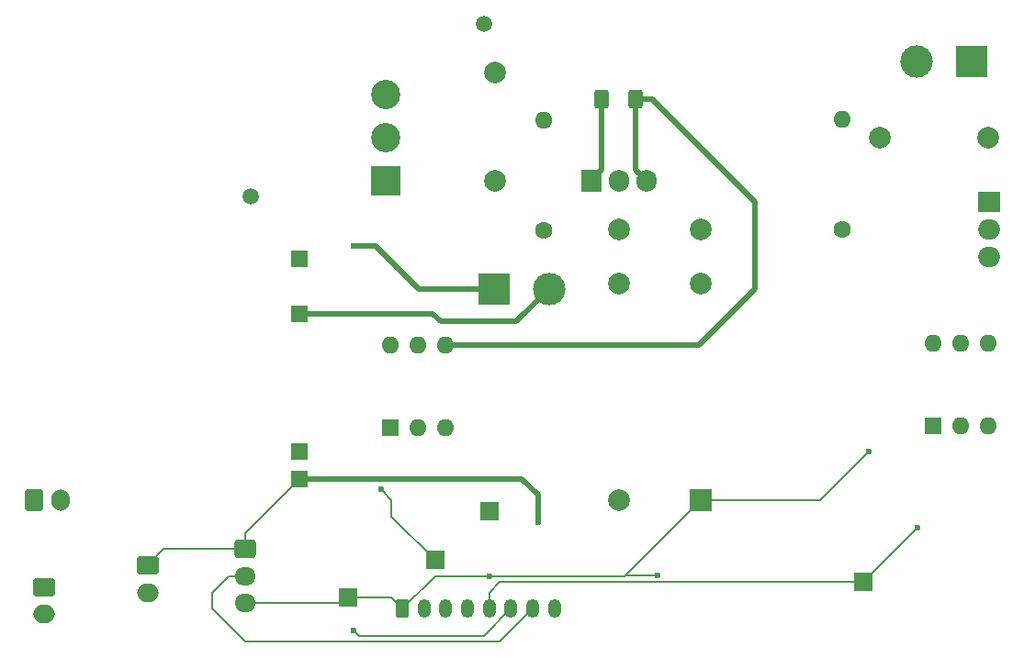
<source format=gbl>
G04 #@! TF.GenerationSoftware,KiCad,Pcbnew,8.0.4*
G04 #@! TF.CreationDate,2025-01-01T16:22:17-06:00*
G04 #@! TF.ProjectId,HVBoard,4856426f-6172-4642-9e6b-696361645f70,rev?*
G04 #@! TF.SameCoordinates,Original*
G04 #@! TF.FileFunction,Copper,L2,Bot*
G04 #@! TF.FilePolarity,Positive*
%FSLAX46Y46*%
G04 Gerber Fmt 4.6, Leading zero omitted, Abs format (unit mm)*
G04 Created by KiCad (PCBNEW 8.0.4) date 2025-01-01 16:22:17*
%MOMM*%
%LPD*%
G01*
G04 APERTURE LIST*
G04 Aperture macros list*
%AMRoundRect*
0 Rectangle with rounded corners*
0 $1 Rounding radius*
0 $2 $3 $4 $5 $6 $7 $8 $9 X,Y pos of 4 corners*
0 Add a 4 corners polygon primitive as box body*
4,1,4,$2,$3,$4,$5,$6,$7,$8,$9,$2,$3,0*
0 Add four circle primitives for the rounded corners*
1,1,$1+$1,$2,$3*
1,1,$1+$1,$4,$5*
1,1,$1+$1,$6,$7*
1,1,$1+$1,$8,$9*
0 Add four rect primitives between the rounded corners*
20,1,$1+$1,$2,$3,$4,$5,0*
20,1,$1+$1,$4,$5,$6,$7,0*
20,1,$1+$1,$6,$7,$8,$9,0*
20,1,$1+$1,$8,$9,$2,$3,0*%
G04 Aperture macros list end*
G04 #@! TA.AperFunction,SMDPad,CuDef*
%ADD10C,1.500000*%
G04 #@! TD*
G04 #@! TA.AperFunction,ComponentPad*
%ADD11R,3.000000X3.000000*%
G04 #@! TD*
G04 #@! TA.AperFunction,ComponentPad*
%ADD12C,3.000000*%
G04 #@! TD*
G04 #@! TA.AperFunction,ComponentPad*
%ADD13R,2.000000X1.905000*%
G04 #@! TD*
G04 #@! TA.AperFunction,ComponentPad*
%ADD14O,2.000000X1.905000*%
G04 #@! TD*
G04 #@! TA.AperFunction,ComponentPad*
%ADD15R,1.600000X1.600000*%
G04 #@! TD*
G04 #@! TA.AperFunction,ComponentPad*
%ADD16O,1.600000X1.600000*%
G04 #@! TD*
G04 #@! TA.AperFunction,ComponentPad*
%ADD17R,1.700000X1.700000*%
G04 #@! TD*
G04 #@! TA.AperFunction,ComponentPad*
%ADD18C,1.600000*%
G04 #@! TD*
G04 #@! TA.AperFunction,ComponentPad*
%ADD19RoundRect,0.250000X-0.750000X0.600000X-0.750000X-0.600000X0.750000X-0.600000X0.750000X0.600000X0*%
G04 #@! TD*
G04 #@! TA.AperFunction,ComponentPad*
%ADD20O,2.000000X1.700000*%
G04 #@! TD*
G04 #@! TA.AperFunction,ComponentPad*
%ADD21R,2.700000X2.700000*%
G04 #@! TD*
G04 #@! TA.AperFunction,ComponentPad*
%ADD22C,2.700000*%
G04 #@! TD*
G04 #@! TA.AperFunction,ComponentPad*
%ADD23RoundRect,0.250000X-0.600000X-0.750000X0.600000X-0.750000X0.600000X0.750000X-0.600000X0.750000X0*%
G04 #@! TD*
G04 #@! TA.AperFunction,ComponentPad*
%ADD24O,1.700000X2.000000*%
G04 #@! TD*
G04 #@! TA.AperFunction,ComponentPad*
%ADD25RoundRect,0.250000X-0.725000X0.600000X-0.725000X-0.600000X0.725000X-0.600000X0.725000X0.600000X0*%
G04 #@! TD*
G04 #@! TA.AperFunction,ComponentPad*
%ADD26O,1.950000X1.700000*%
G04 #@! TD*
G04 #@! TA.AperFunction,ComponentPad*
%ADD27C,2.000000*%
G04 #@! TD*
G04 #@! TA.AperFunction,ComponentPad*
%ADD28R,2.000000X2.000000*%
G04 #@! TD*
G04 #@! TA.AperFunction,ComponentPad*
%ADD29R,1.905000X2.000000*%
G04 #@! TD*
G04 #@! TA.AperFunction,ComponentPad*
%ADD30O,1.905000X2.000000*%
G04 #@! TD*
G04 #@! TA.AperFunction,ComponentPad*
%ADD31RoundRect,0.250000X-0.350000X-0.625000X0.350000X-0.625000X0.350000X0.625000X-0.350000X0.625000X0*%
G04 #@! TD*
G04 #@! TA.AperFunction,ComponentPad*
%ADD32O,1.200000X1.750000*%
G04 #@! TD*
G04 #@! TA.AperFunction,SMDPad,CuDef*
%ADD33RoundRect,0.250000X0.400000X0.625000X-0.400000X0.625000X-0.400000X-0.625000X0.400000X-0.625000X0*%
G04 #@! TD*
G04 #@! TA.AperFunction,ComponentPad*
%ADD34R,1.524000X1.524000*%
G04 #@! TD*
G04 #@! TA.AperFunction,ViaPad*
%ADD35C,0.600000*%
G04 #@! TD*
G04 #@! TA.AperFunction,Conductor*
%ADD36C,0.500000*%
G04 #@! TD*
G04 #@! TA.AperFunction,Conductor*
%ADD37C,0.200000*%
G04 #@! TD*
G04 APERTURE END LIST*
D10*
G04 #@! TO.P,H2,1*
G04 #@! TO.N,N/C*
X61500000Y-13500000D03*
G04 #@! TD*
G04 #@! TO.P,H1,1*
G04 #@! TO.N,N/C*
X40000000Y-29500000D03*
G04 #@! TD*
D11*
G04 #@! TO.P,J7,1,Pin_1*
G04 #@! TO.N,120VAC_NEUTRAL*
X62420000Y-38000000D03*
D12*
G04 #@! TO.P,J7,2,Pin_2*
G04 #@! TO.N,120VAC_HOT*
X67500000Y-38000000D03*
G04 #@! TD*
D13*
G04 #@! TO.P,Q5,1,A1*
G04 #@! TO.N,/BOILER_HOT_OUT*
X108055000Y-29960000D03*
D14*
G04 #@! TO.P,Q5,2,A2*
G04 #@! TO.N,/120VAC_HOT_SWITCHED*
X108055000Y-32500000D03*
G04 #@! TO.P,Q5,3,G*
G04 #@! TO.N,Net-(Q5-G)*
X108055000Y-35040000D03*
G04 #@! TD*
D15*
G04 #@! TO.P,U2,1*
G04 #@! TO.N,Net-(R7-Pad2)*
X52920000Y-50800000D03*
D16*
G04 #@! TO.P,U2,2*
G04 #@! TO.N,Net-(Q4-D)*
X55460000Y-50800000D03*
G04 #@! TO.P,U2,3,NC*
G04 #@! TO.N,unconnected-(U2-NC-Pad3)*
X58000000Y-50800000D03*
G04 #@! TO.P,U2,4*
G04 #@! TO.N,Net-(Q3-G)*
X58000000Y-43180000D03*
G04 #@! TO.P,U2,5,NC*
G04 #@! TO.N,unconnected-(U2-NC-Pad5)*
X55460000Y-43180000D03*
G04 #@! TO.P,U2,6*
G04 #@! TO.N,Net-(R6-Pad1)*
X52920000Y-43180000D03*
G04 #@! TD*
D17*
G04 #@! TO.P,TP3,1,1*
G04 #@! TO.N,/BOILER_TRIAC*
X96500000Y-65000000D03*
G04 #@! TD*
D18*
G04 #@! TO.P,R8,1*
G04 #@! TO.N,/120VAC_HOT_SWITCHED*
X67000000Y-32580000D03*
D16*
G04 #@! TO.P,R8,2*
G04 #@! TO.N,Net-(C3-Pad1)*
X67000000Y-22420000D03*
G04 #@! TD*
D19*
G04 #@! TO.P,J5,1,Pin_1*
G04 #@! TO.N,GND*
X30500000Y-63500000D03*
D20*
G04 #@! TO.P,J5,2,Pin_2*
G04 #@! TO.N,/STEAM_VALVE_IN*
X30500000Y-66000000D03*
G04 #@! TD*
D21*
G04 #@! TO.P,J3,1,1*
G04 #@! TO.N,/PUMP_HOT_OUT*
X52500000Y-28000000D03*
D22*
G04 #@! TO.P,J3,2,2*
G04 #@! TO.N,unconnected-(J3-Pad2)*
X52500000Y-24040000D03*
G04 #@! TO.P,J3,3,3*
G04 #@! TO.N,120VAC_NEUTRAL*
X52500000Y-20080000D03*
G04 #@! TD*
D19*
G04 #@! TO.P,J9,1,Pin_1*
G04 #@! TO.N,/THERMISTOR_IN*
X21000000Y-65500000D03*
D20*
G04 #@! TO.P,J9,2,Pin_2*
G04 #@! TO.N,/THERMISTOR_OUT*
X21000000Y-68000000D03*
G04 #@! TD*
D11*
G04 #@! TO.P,J8,1,Pin_1*
G04 #@! TO.N,/BOILER_HOT_OUT*
X106500000Y-17000000D03*
D12*
G04 #@! TO.P,J8,2,Pin_2*
G04 #@! TO.N,120VAC_NEUTRAL*
X101420000Y-17000000D03*
G04 #@! TD*
D23*
G04 #@! TO.P,J4,1,Pin_1*
G04 #@! TO.N,/THERMISTOR_OUT*
X20000000Y-57500000D03*
D24*
G04 #@! TO.P,J4,2,Pin_2*
G04 #@! TO.N,/THERMISTOR_IN*
X22500000Y-57500000D03*
G04 #@! TD*
D15*
G04 #@! TO.P,U3,1*
G04 #@! TO.N,Net-(R12-Pad2)*
X102960000Y-50620000D03*
D16*
G04 #@! TO.P,U3,2*
G04 #@! TO.N,Net-(Q6-D)*
X105500000Y-50620000D03*
G04 #@! TO.P,U3,3,NC*
G04 #@! TO.N,unconnected-(U3-NC-Pad3)*
X108040000Y-50620000D03*
G04 #@! TO.P,U3,4*
G04 #@! TO.N,Net-(Q5-G)*
X108040000Y-43000000D03*
G04 #@! TO.P,U3,5,NC*
G04 #@! TO.N,unconnected-(U3-NC-Pad5)*
X105500000Y-43000000D03*
G04 #@! TO.P,U3,6*
G04 #@! TO.N,Net-(R11-Pad1)*
X102960000Y-43000000D03*
G04 #@! TD*
D25*
G04 #@! TO.P,J6,1,Pin_1*
G04 #@! TO.N,GND*
X39500000Y-62000000D03*
D26*
G04 #@! TO.P,J6,2,Pin_2*
G04 #@! TO.N,/PRESSURE_SENSOR_SIG*
X39500000Y-64500000D03*
G04 #@! TO.P,J6,3,Pin_3*
G04 #@! TO.N,+5V*
X39500000Y-67000000D03*
G04 #@! TD*
D18*
G04 #@! TO.P,R13,1*
G04 #@! TO.N,/120VAC_HOT_SWITCHED*
X94500000Y-32500000D03*
D16*
G04 #@! TO.P,R13,2*
G04 #@! TO.N,Net-(C1-Pad1)*
X94500000Y-22340000D03*
G04 #@! TD*
D17*
G04 #@! TO.P,TP6,1,1*
G04 #@! TO.N,+5V*
X49000000Y-66500000D03*
G04 #@! TD*
D27*
G04 #@! TO.P,K1,13*
G04 #@! TO.N,120VAC_HOT*
X81500000Y-37500000D03*
X74000000Y-37500000D03*
G04 #@! TO.P,K1,14*
G04 #@! TO.N,/120VAC_HOT_SWITCHED*
X81500000Y-32500000D03*
X74000000Y-32500000D03*
D28*
G04 #@! TO.P,K1,A1*
G04 #@! TO.N,+5V*
X81500000Y-57500000D03*
D27*
G04 #@! TO.P,K1,A2*
G04 #@! TO.N,Net-(D1-A)*
X74000000Y-57500000D03*
G04 #@! TD*
D29*
G04 #@! TO.P,Q3,1,A1*
G04 #@! TO.N,/PUMP_HOT_OUT*
X71420000Y-28000000D03*
D30*
G04 #@! TO.P,Q3,2,A2*
G04 #@! TO.N,/120VAC_HOT_SWITCHED*
X73960000Y-28000000D03*
G04 #@! TO.P,Q3,3,G*
G04 #@! TO.N,Net-(Q3-G)*
X76500000Y-28000000D03*
G04 #@! TD*
D27*
G04 #@! TO.P,C3,1*
G04 #@! TO.N,Net-(C3-Pad1)*
X62500000Y-18000000D03*
G04 #@! TO.P,C3,2*
G04 #@! TO.N,/PUMP_HOT_OUT*
X62500000Y-28000000D03*
G04 #@! TD*
D17*
G04 #@! TO.P,TP2,1,1*
G04 #@! TO.N,/PUMP_TRIAC*
X62000000Y-58500000D03*
G04 #@! TD*
D31*
G04 #@! TO.P,J2,1,Pin_1*
G04 #@! TO.N,+5V*
X54000000Y-67500000D03*
D32*
G04 #@! TO.P,J2,2,Pin_2*
G04 #@! TO.N,/AC_RELAYS*
X56000000Y-67500000D03*
G04 #@! TO.P,J2,3,Pin_3*
G04 #@! TO.N,/AC_ZC*
X58000000Y-67500000D03*
G04 #@! TO.P,J2,4,Pin_4*
G04 #@! TO.N,/PUMP_TRIAC*
X60000000Y-67500000D03*
G04 #@! TO.P,J2,5,Pin_5*
G04 #@! TO.N,/BOILER_TRIAC*
X62000000Y-67500000D03*
G04 #@! TO.P,J2,6,Pin_6*
G04 #@! TO.N,/STEAM_VALVE_IN*
X64000000Y-67500000D03*
G04 #@! TO.P,J2,7,Pin_7*
G04 #@! TO.N,/PRESSURE_SENSOR_SIG*
X66000000Y-67500000D03*
G04 #@! TO.P,J2,8,Pin_8*
G04 #@! TO.N,GND*
X68000000Y-67500000D03*
G04 #@! TD*
D17*
G04 #@! TO.P,TP1,1,1*
G04 #@! TO.N,/AC_ZC*
X57000000Y-63000000D03*
G04 #@! TD*
D27*
G04 #@! TO.P,C1,1*
G04 #@! TO.N,Net-(C1-Pad1)*
X98000000Y-24000000D03*
G04 #@! TO.P,C1,2*
G04 #@! TO.N,/BOILER_HOT_OUT*
X108000000Y-24000000D03*
G04 #@! TD*
D33*
G04 #@! TO.P,R9,1*
G04 #@! TO.N,Net-(Q3-G)*
X75500000Y-20500000D03*
G04 #@! TO.P,R9,2*
G04 #@! TO.N,/PUMP_HOT_OUT*
X72400000Y-20500000D03*
G04 #@! TD*
D34*
G04 #@! TO.P,U4,1,N*
G04 #@! TO.N,120VAC_NEUTRAL*
X44500000Y-35220000D03*
G04 #@! TO.P,U4,2,L*
G04 #@! TO.N,120VAC_HOT*
X44500000Y-40300000D03*
G04 #@! TO.P,U4,3,V+*
G04 #@! TO.N,/ACDC_5V*
X44500000Y-53000000D03*
G04 #@! TO.P,U4,4,V-*
G04 #@! TO.N,GND*
X44500000Y-55540000D03*
G04 #@! TD*
D35*
G04 #@! TO.N,/AC_ZC*
X52000000Y-56500000D03*
G04 #@! TO.N,+5V*
X77500000Y-64400000D03*
X97000000Y-53000000D03*
X62000000Y-64500000D03*
G04 #@! TO.N,GND*
X60500000Y-55540000D03*
X66500000Y-59500000D03*
G04 #@! TO.N,/BOILER_TRIAC*
X101500000Y-60000000D03*
G04 #@! TO.N,120VAC_NEUTRAL*
X49500000Y-34000000D03*
G04 #@! TO.N,/STEAM_VALVE_IN*
X49500000Y-69500000D03*
G04 #@! TD*
D36*
G04 #@! TO.N,Net-(Q3-G)*
X58000000Y-43180000D02*
X81320000Y-43180000D01*
X81320000Y-43180000D02*
X86500000Y-38000000D01*
X86500000Y-38000000D02*
X86500000Y-30000000D01*
X77000000Y-20500000D02*
X75500000Y-20500000D01*
X86500000Y-30000000D02*
X77000000Y-20500000D01*
D37*
G04 #@! TO.N,/AC_ZC*
X52000000Y-56500000D02*
X53000000Y-57500000D01*
X53000000Y-57500000D02*
X53000000Y-59000000D01*
X53000000Y-59000000D02*
X57000000Y-63000000D01*
G04 #@! TO.N,+5V*
X39500000Y-67000000D02*
X48500000Y-67000000D01*
G04 #@! TO.N,/PRESSURE_SENSOR_SIG*
X66000000Y-67500000D02*
X63000000Y-70500000D01*
X63000000Y-70500000D02*
X39500000Y-70500000D01*
X36500000Y-67500000D02*
X36500000Y-66000000D01*
X39500000Y-70500000D02*
X36500000Y-67500000D01*
X36500000Y-66000000D02*
X38000000Y-64500000D01*
X38000000Y-64500000D02*
X39500000Y-64500000D01*
G04 #@! TO.N,GND*
X30500000Y-63500000D02*
X32000000Y-62000000D01*
X32000000Y-62000000D02*
X39500000Y-62000000D01*
X39500000Y-62000000D02*
X39500000Y-60540000D01*
X39500000Y-60540000D02*
X44500000Y-55540000D01*
G04 #@! TO.N,+5V*
X77500000Y-64400000D02*
X74600000Y-64400000D01*
X74600000Y-64400000D02*
X74500000Y-64500000D01*
X92500000Y-57500000D02*
X97000000Y-53000000D01*
X81500000Y-57500000D02*
X92500000Y-57500000D01*
X62000000Y-64500000D02*
X74500000Y-64500000D01*
X74500000Y-64500000D02*
X81500000Y-57500000D01*
X62000000Y-64500000D02*
X57000000Y-64500000D01*
X57000000Y-64500000D02*
X54000000Y-67500000D01*
D36*
G04 #@! TO.N,GND*
X64960000Y-55540000D02*
X65000000Y-55500000D01*
X60500000Y-55540000D02*
X64960000Y-55540000D01*
X60500000Y-55540000D02*
X44500000Y-55540000D01*
X65000000Y-55500000D02*
X66500000Y-57000000D01*
X66500000Y-57000000D02*
X66500000Y-59500000D01*
D37*
G04 #@! TO.N,/BOILER_TRIAC*
X101500000Y-60000000D02*
X96500000Y-65000000D01*
X63000000Y-65000000D02*
X62000000Y-66000000D01*
X62000000Y-66000000D02*
X62000000Y-67500000D01*
X96500000Y-65000000D02*
X63000000Y-65000000D01*
D36*
G04 #@! TO.N,120VAC_HOT*
X67500000Y-38000000D02*
X64500000Y-41000000D01*
X56800000Y-40300000D02*
X44500000Y-40300000D01*
X57500000Y-41000000D02*
X56800000Y-40300000D01*
X64500000Y-41000000D02*
X57500000Y-41000000D01*
G04 #@! TO.N,120VAC_NEUTRAL*
X49500000Y-34000000D02*
X51500000Y-34000000D01*
X51500000Y-34000000D02*
X55500000Y-38000000D01*
X55500000Y-38000000D02*
X62420000Y-38000000D01*
G04 #@! TO.N,Net-(Q3-G)*
X75500000Y-20500000D02*
X75500000Y-27000000D01*
X75500000Y-27000000D02*
X76500000Y-28000000D01*
G04 #@! TO.N,/PUMP_HOT_OUT*
X72400000Y-27020000D02*
X72400000Y-20500000D01*
X71420000Y-28000000D02*
X72400000Y-27020000D01*
D37*
G04 #@! TO.N,/STEAM_VALVE_IN*
X61500000Y-70000000D02*
X50000000Y-70000000D01*
X64000000Y-67500000D02*
X61500000Y-70000000D01*
X50000000Y-70000000D02*
X49500000Y-69500000D01*
G04 #@! TO.N,+5V*
X53000000Y-66500000D02*
X54000000Y-67500000D01*
X49000000Y-66500000D02*
X53000000Y-66500000D01*
G04 #@! TD*
M02*

</source>
